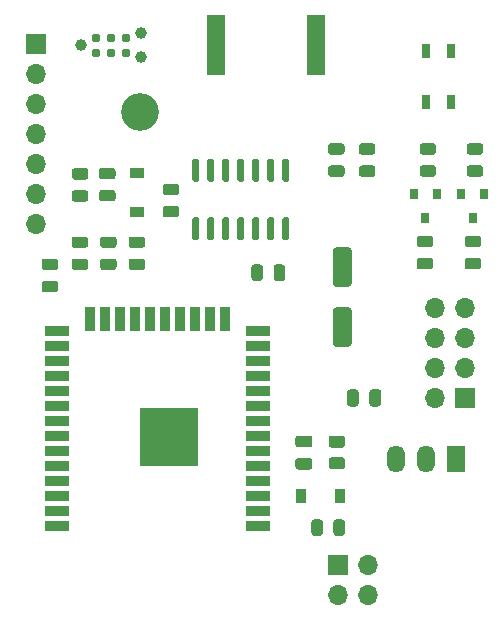
<source format=gts>
G04 #@! TF.GenerationSoftware,KiCad,Pcbnew,(5.1.9-0-10_14)*
G04 #@! TF.CreationDate,2021-08-21T21:39:00+02:00*
G04 #@! TF.ProjectId,ithowifi_4l,6974686f-7769-4666-995f-346c2e6b6963,rev?*
G04 #@! TF.SameCoordinates,Original*
G04 #@! TF.FileFunction,Soldermask,Top*
G04 #@! TF.FilePolarity,Negative*
%FSLAX46Y46*%
G04 Gerber Fmt 4.6, Leading zero omitted, Abs format (unit mm)*
G04 Created by KiCad (PCBNEW (5.1.9-0-10_14)) date 2021-08-21 21:39:00*
%MOMM*%
%LPD*%
G01*
G04 APERTURE LIST*
%ADD10R,0.650000X1.300000*%
%ADD11R,0.900000X1.200000*%
%ADD12R,1.200000X0.900000*%
%ADD13O,1.700000X1.700000*%
%ADD14R,1.700000X1.700000*%
%ADD15C,3.200000*%
%ADD16C,0.787400*%
%ADD17C,0.990600*%
%ADD18R,2.000000X0.900000*%
%ADD19R,0.900000X2.000000*%
%ADD20R,5.000000X5.000000*%
%ADD21R,1.500000X5.080000*%
%ADD22R,0.800000X0.900000*%
%ADD23O,1.500000X2.300000*%
%ADD24R,1.500000X2.300000*%
G04 APERTURE END LIST*
D10*
X118682000Y-112693000D03*
X118682000Y-108393000D03*
X120832000Y-112693000D03*
X120832000Y-108393000D03*
G36*
G01*
X111621502Y-141977500D02*
X110721498Y-141977500D01*
G75*
G02*
X110471500Y-141727502I0J249998D01*
G01*
X110471500Y-141202498D01*
G75*
G02*
X110721498Y-140952500I249998J0D01*
G01*
X111621502Y-140952500D01*
G75*
G02*
X111871500Y-141202498I0J-249998D01*
G01*
X111871500Y-141727502D01*
G75*
G02*
X111621502Y-141977500I-249998J0D01*
G01*
G37*
G36*
G01*
X111621502Y-143802500D02*
X110721498Y-143802500D01*
G75*
G02*
X110471500Y-143552502I0J249998D01*
G01*
X110471500Y-143027498D01*
G75*
G02*
X110721498Y-142777500I249998J0D01*
G01*
X111621502Y-142777500D01*
G75*
G02*
X111871500Y-143027498I0J-249998D01*
G01*
X111871500Y-143552502D01*
G75*
G02*
X111621502Y-143802500I-249998J0D01*
G01*
G37*
D11*
X108125500Y-146084000D03*
X111425500Y-146084000D03*
D12*
X94280500Y-122016500D03*
X94280500Y-118716500D03*
G36*
G01*
X108852500Y-141951000D02*
X107902500Y-141951000D01*
G75*
G02*
X107652500Y-141701000I0J250000D01*
G01*
X107652500Y-141201000D01*
G75*
G02*
X107902500Y-140951000I250000J0D01*
G01*
X108852500Y-140951000D01*
G75*
G02*
X109102500Y-141201000I0J-250000D01*
G01*
X109102500Y-141701000D01*
G75*
G02*
X108852500Y-141951000I-250000J0D01*
G01*
G37*
G36*
G01*
X108852500Y-143851000D02*
X107902500Y-143851000D01*
G75*
G02*
X107652500Y-143601000I0J250000D01*
G01*
X107652500Y-143101000D01*
G75*
G02*
X107902500Y-142851000I250000J0D01*
G01*
X108852500Y-142851000D01*
G75*
G02*
X109102500Y-143101000I0J-250000D01*
G01*
X109102500Y-143601000D01*
G75*
G02*
X108852500Y-143851000I-250000J0D01*
G01*
G37*
G36*
G01*
X113032000Y-137293000D02*
X113032000Y-138243000D01*
G75*
G02*
X112782000Y-138493000I-250000J0D01*
G01*
X112282000Y-138493000D01*
G75*
G02*
X112032000Y-138243000I0J250000D01*
G01*
X112032000Y-137293000D01*
G75*
G02*
X112282000Y-137043000I250000J0D01*
G01*
X112782000Y-137043000D01*
G75*
G02*
X113032000Y-137293000I0J-250000D01*
G01*
G37*
G36*
G01*
X114932000Y-137293000D02*
X114932000Y-138243000D01*
G75*
G02*
X114682000Y-138493000I-250000J0D01*
G01*
X114182000Y-138493000D01*
G75*
G02*
X113932000Y-138243000I0J250000D01*
G01*
X113932000Y-137293000D01*
G75*
G02*
X114182000Y-137043000I250000J0D01*
G01*
X114682000Y-137043000D01*
G75*
G02*
X114932000Y-137293000I0J-250000D01*
G01*
G37*
G36*
G01*
X112182000Y-128355500D02*
X111082000Y-128355500D01*
G75*
G02*
X110832000Y-128105500I0J250000D01*
G01*
X110832000Y-125280500D01*
G75*
G02*
X111082000Y-125030500I250000J0D01*
G01*
X112182000Y-125030500D01*
G75*
G02*
X112432000Y-125280500I0J-250000D01*
G01*
X112432000Y-128105500D01*
G75*
G02*
X112182000Y-128355500I-250000J0D01*
G01*
G37*
G36*
G01*
X112182000Y-133430500D02*
X111082000Y-133430500D01*
G75*
G02*
X110832000Y-133180500I0J250000D01*
G01*
X110832000Y-130355500D01*
G75*
G02*
X111082000Y-130105500I250000J0D01*
G01*
X112182000Y-130105500D01*
G75*
G02*
X112432000Y-130355500I0J-250000D01*
G01*
X112432000Y-133180500D01*
G75*
G02*
X112182000Y-133430500I-250000J0D01*
G01*
G37*
D13*
X113832000Y-154468000D03*
X111292000Y-154468000D03*
X113832000Y-151928000D03*
D14*
X111292000Y-151928000D03*
D15*
X94488000Y-113538000D03*
G36*
G01*
X99372600Y-124416000D02*
X99072600Y-124416000D01*
G75*
G02*
X98922600Y-124266000I0J150000D01*
G01*
X98922600Y-122616000D01*
G75*
G02*
X99072600Y-122466000I150000J0D01*
G01*
X99372600Y-122466000D01*
G75*
G02*
X99522600Y-122616000I0J-150000D01*
G01*
X99522600Y-124266000D01*
G75*
G02*
X99372600Y-124416000I-150000J0D01*
G01*
G37*
G36*
G01*
X100642600Y-124416000D02*
X100342600Y-124416000D01*
G75*
G02*
X100192600Y-124266000I0J150000D01*
G01*
X100192600Y-122616000D01*
G75*
G02*
X100342600Y-122466000I150000J0D01*
G01*
X100642600Y-122466000D01*
G75*
G02*
X100792600Y-122616000I0J-150000D01*
G01*
X100792600Y-124266000D01*
G75*
G02*
X100642600Y-124416000I-150000J0D01*
G01*
G37*
G36*
G01*
X101912600Y-124416000D02*
X101612600Y-124416000D01*
G75*
G02*
X101462600Y-124266000I0J150000D01*
G01*
X101462600Y-122616000D01*
G75*
G02*
X101612600Y-122466000I150000J0D01*
G01*
X101912600Y-122466000D01*
G75*
G02*
X102062600Y-122616000I0J-150000D01*
G01*
X102062600Y-124266000D01*
G75*
G02*
X101912600Y-124416000I-150000J0D01*
G01*
G37*
G36*
G01*
X103182600Y-124416000D02*
X102882600Y-124416000D01*
G75*
G02*
X102732600Y-124266000I0J150000D01*
G01*
X102732600Y-122616000D01*
G75*
G02*
X102882600Y-122466000I150000J0D01*
G01*
X103182600Y-122466000D01*
G75*
G02*
X103332600Y-122616000I0J-150000D01*
G01*
X103332600Y-124266000D01*
G75*
G02*
X103182600Y-124416000I-150000J0D01*
G01*
G37*
G36*
G01*
X104452600Y-124416000D02*
X104152600Y-124416000D01*
G75*
G02*
X104002600Y-124266000I0J150000D01*
G01*
X104002600Y-122616000D01*
G75*
G02*
X104152600Y-122466000I150000J0D01*
G01*
X104452600Y-122466000D01*
G75*
G02*
X104602600Y-122616000I0J-150000D01*
G01*
X104602600Y-124266000D01*
G75*
G02*
X104452600Y-124416000I-150000J0D01*
G01*
G37*
G36*
G01*
X105722600Y-124416000D02*
X105422600Y-124416000D01*
G75*
G02*
X105272600Y-124266000I0J150000D01*
G01*
X105272600Y-122616000D01*
G75*
G02*
X105422600Y-122466000I150000J0D01*
G01*
X105722600Y-122466000D01*
G75*
G02*
X105872600Y-122616000I0J-150000D01*
G01*
X105872600Y-124266000D01*
G75*
G02*
X105722600Y-124416000I-150000J0D01*
G01*
G37*
G36*
G01*
X106992600Y-124416000D02*
X106692600Y-124416000D01*
G75*
G02*
X106542600Y-124266000I0J150000D01*
G01*
X106542600Y-122616000D01*
G75*
G02*
X106692600Y-122466000I150000J0D01*
G01*
X106992600Y-122466000D01*
G75*
G02*
X107142600Y-122616000I0J-150000D01*
G01*
X107142600Y-124266000D01*
G75*
G02*
X106992600Y-124416000I-150000J0D01*
G01*
G37*
G36*
G01*
X106992600Y-119466000D02*
X106692600Y-119466000D01*
G75*
G02*
X106542600Y-119316000I0J150000D01*
G01*
X106542600Y-117666000D01*
G75*
G02*
X106692600Y-117516000I150000J0D01*
G01*
X106992600Y-117516000D01*
G75*
G02*
X107142600Y-117666000I0J-150000D01*
G01*
X107142600Y-119316000D01*
G75*
G02*
X106992600Y-119466000I-150000J0D01*
G01*
G37*
G36*
G01*
X105722600Y-119466000D02*
X105422600Y-119466000D01*
G75*
G02*
X105272600Y-119316000I0J150000D01*
G01*
X105272600Y-117666000D01*
G75*
G02*
X105422600Y-117516000I150000J0D01*
G01*
X105722600Y-117516000D01*
G75*
G02*
X105872600Y-117666000I0J-150000D01*
G01*
X105872600Y-119316000D01*
G75*
G02*
X105722600Y-119466000I-150000J0D01*
G01*
G37*
G36*
G01*
X104452600Y-119466000D02*
X104152600Y-119466000D01*
G75*
G02*
X104002600Y-119316000I0J150000D01*
G01*
X104002600Y-117666000D01*
G75*
G02*
X104152600Y-117516000I150000J0D01*
G01*
X104452600Y-117516000D01*
G75*
G02*
X104602600Y-117666000I0J-150000D01*
G01*
X104602600Y-119316000D01*
G75*
G02*
X104452600Y-119466000I-150000J0D01*
G01*
G37*
G36*
G01*
X103182600Y-119466000D02*
X102882600Y-119466000D01*
G75*
G02*
X102732600Y-119316000I0J150000D01*
G01*
X102732600Y-117666000D01*
G75*
G02*
X102882600Y-117516000I150000J0D01*
G01*
X103182600Y-117516000D01*
G75*
G02*
X103332600Y-117666000I0J-150000D01*
G01*
X103332600Y-119316000D01*
G75*
G02*
X103182600Y-119466000I-150000J0D01*
G01*
G37*
G36*
G01*
X101912600Y-119466000D02*
X101612600Y-119466000D01*
G75*
G02*
X101462600Y-119316000I0J150000D01*
G01*
X101462600Y-117666000D01*
G75*
G02*
X101612600Y-117516000I150000J0D01*
G01*
X101912600Y-117516000D01*
G75*
G02*
X102062600Y-117666000I0J-150000D01*
G01*
X102062600Y-119316000D01*
G75*
G02*
X101912600Y-119466000I-150000J0D01*
G01*
G37*
G36*
G01*
X100642600Y-119466000D02*
X100342600Y-119466000D01*
G75*
G02*
X100192600Y-119316000I0J150000D01*
G01*
X100192600Y-117666000D01*
G75*
G02*
X100342600Y-117516000I150000J0D01*
G01*
X100642600Y-117516000D01*
G75*
G02*
X100792600Y-117666000I0J-150000D01*
G01*
X100792600Y-119316000D01*
G75*
G02*
X100642600Y-119466000I-150000J0D01*
G01*
G37*
G36*
G01*
X99372600Y-119466000D02*
X99072600Y-119466000D01*
G75*
G02*
X98922600Y-119316000I0J150000D01*
G01*
X98922600Y-117666000D01*
G75*
G02*
X99072600Y-117516000I150000J0D01*
G01*
X99372600Y-117516000D01*
G75*
G02*
X99522600Y-117666000I0J-150000D01*
G01*
X99522600Y-119316000D01*
G75*
G02*
X99372600Y-119466000I-150000J0D01*
G01*
G37*
D16*
X93306000Y-107266400D03*
X92036000Y-107266400D03*
X93306000Y-108536400D03*
X92036000Y-108536400D03*
X90766000Y-108536400D03*
X90766000Y-107266400D03*
D17*
X94576000Y-108917400D03*
X94576000Y-106885400D03*
X89496000Y-107901400D03*
D18*
X87477600Y-148615400D03*
X87477600Y-147345400D03*
X87477600Y-146075400D03*
X87477600Y-144805400D03*
X87477600Y-143535400D03*
X87477600Y-142265400D03*
X87477600Y-140995400D03*
X87477600Y-139725400D03*
X87477600Y-138455400D03*
X87477600Y-137185400D03*
X87477600Y-135915400D03*
X87477600Y-134645400D03*
X87477600Y-133375400D03*
X87477600Y-132105400D03*
D19*
X90262600Y-131105400D03*
X91532600Y-131105400D03*
X92802600Y-131105400D03*
X94072600Y-131105400D03*
X95342600Y-131105400D03*
X96612600Y-131105400D03*
X97882600Y-131105400D03*
X99152600Y-131105400D03*
X100422600Y-131105400D03*
X101692600Y-131105400D03*
D18*
X104477600Y-132105400D03*
X104477600Y-133375400D03*
X104477600Y-134645400D03*
X104477600Y-135915400D03*
X104477600Y-137185400D03*
X104477600Y-138455400D03*
X104477600Y-139725400D03*
X104477600Y-140995400D03*
X104477600Y-142265400D03*
X104477600Y-143535400D03*
X104477600Y-144805400D03*
X104477600Y-146075400D03*
X104477600Y-147345400D03*
X104477600Y-148615400D03*
D20*
X96977600Y-141115400D03*
G36*
G01*
X105819500Y-127624250D02*
X105819500Y-126711750D01*
G75*
G02*
X106063250Y-126468000I243750J0D01*
G01*
X106550750Y-126468000D01*
G75*
G02*
X106794500Y-126711750I0J-243750D01*
G01*
X106794500Y-127624250D01*
G75*
G02*
X106550750Y-127868000I-243750J0D01*
G01*
X106063250Y-127868000D01*
G75*
G02*
X105819500Y-127624250I0J243750D01*
G01*
G37*
G36*
G01*
X103944500Y-127624250D02*
X103944500Y-126711750D01*
G75*
G02*
X104188250Y-126468000I243750J0D01*
G01*
X104675750Y-126468000D01*
G75*
G02*
X104919500Y-126711750I0J-243750D01*
G01*
X104919500Y-127624250D01*
G75*
G02*
X104675750Y-127868000I-243750J0D01*
G01*
X104188250Y-127868000D01*
G75*
G02*
X103944500Y-127624250I0J243750D01*
G01*
G37*
G36*
G01*
X87324250Y-126954100D02*
X86411750Y-126954100D01*
G75*
G02*
X86168000Y-126710350I0J243750D01*
G01*
X86168000Y-126222850D01*
G75*
G02*
X86411750Y-125979100I243750J0D01*
G01*
X87324250Y-125979100D01*
G75*
G02*
X87568000Y-126222850I0J-243750D01*
G01*
X87568000Y-126710350D01*
G75*
G02*
X87324250Y-126954100I-243750J0D01*
G01*
G37*
G36*
G01*
X87324250Y-128829100D02*
X86411750Y-128829100D01*
G75*
G02*
X86168000Y-128585350I0J243750D01*
G01*
X86168000Y-128097850D01*
G75*
G02*
X86411750Y-127854100I243750J0D01*
G01*
X87324250Y-127854100D01*
G75*
G02*
X87568000Y-128097850I0J-243750D01*
G01*
X87568000Y-128585350D01*
G75*
G02*
X87324250Y-128829100I-243750J0D01*
G01*
G37*
G36*
G01*
X88951750Y-125974500D02*
X89864250Y-125974500D01*
G75*
G02*
X90108000Y-126218250I0J-243750D01*
G01*
X90108000Y-126705750D01*
G75*
G02*
X89864250Y-126949500I-243750J0D01*
G01*
X88951750Y-126949500D01*
G75*
G02*
X88708000Y-126705750I0J243750D01*
G01*
X88708000Y-126218250D01*
G75*
G02*
X88951750Y-125974500I243750J0D01*
G01*
G37*
G36*
G01*
X88951750Y-124099500D02*
X89864250Y-124099500D01*
G75*
G02*
X90108000Y-124343250I0J-243750D01*
G01*
X90108000Y-124830750D01*
G75*
G02*
X89864250Y-125074500I-243750J0D01*
G01*
X88951750Y-125074500D01*
G75*
G02*
X88708000Y-124830750I0J243750D01*
G01*
X88708000Y-124343250D01*
G75*
G02*
X88951750Y-124099500I243750J0D01*
G01*
G37*
G36*
G01*
X94690250Y-125074500D02*
X93777750Y-125074500D01*
G75*
G02*
X93534000Y-124830750I0J243750D01*
G01*
X93534000Y-124343250D01*
G75*
G02*
X93777750Y-124099500I243750J0D01*
G01*
X94690250Y-124099500D01*
G75*
G02*
X94934000Y-124343250I0J-243750D01*
G01*
X94934000Y-124830750D01*
G75*
G02*
X94690250Y-125074500I-243750J0D01*
G01*
G37*
G36*
G01*
X94690250Y-126949500D02*
X93777750Y-126949500D01*
G75*
G02*
X93534000Y-126705750I0J243750D01*
G01*
X93534000Y-126218250D01*
G75*
G02*
X93777750Y-125974500I243750J0D01*
G01*
X94690250Y-125974500D01*
G75*
G02*
X94934000Y-126218250I0J-243750D01*
G01*
X94934000Y-126705750D01*
G75*
G02*
X94690250Y-126949500I-243750J0D01*
G01*
G37*
G36*
G01*
X89888250Y-119280500D02*
X88975750Y-119280500D01*
G75*
G02*
X88732000Y-119036750I0J243750D01*
G01*
X88732000Y-118549250D01*
G75*
G02*
X88975750Y-118305500I243750J0D01*
G01*
X89888250Y-118305500D01*
G75*
G02*
X90132000Y-118549250I0J-243750D01*
G01*
X90132000Y-119036750D01*
G75*
G02*
X89888250Y-119280500I-243750J0D01*
G01*
G37*
G36*
G01*
X89888250Y-121155500D02*
X88975750Y-121155500D01*
G75*
G02*
X88732000Y-120911750I0J243750D01*
G01*
X88732000Y-120424250D01*
G75*
G02*
X88975750Y-120180500I243750J0D01*
G01*
X89888250Y-120180500D01*
G75*
G02*
X90132000Y-120424250I0J-243750D01*
G01*
X90132000Y-120911750D01*
G75*
G02*
X89888250Y-121155500I-243750J0D01*
G01*
G37*
D13*
X85725000Y-123037600D03*
X85725000Y-120497600D03*
X85725000Y-117957600D03*
X85725000Y-115417600D03*
X85725000Y-112877600D03*
X85725000Y-110337600D03*
D14*
X85725000Y-107797600D03*
G36*
G01*
X110886900Y-149207250D02*
X110886900Y-148294750D01*
G75*
G02*
X111130650Y-148051000I243750J0D01*
G01*
X111618150Y-148051000D01*
G75*
G02*
X111861900Y-148294750I0J-243750D01*
G01*
X111861900Y-149207250D01*
G75*
G02*
X111618150Y-149451000I-243750J0D01*
G01*
X111130650Y-149451000D01*
G75*
G02*
X110886900Y-149207250I0J243750D01*
G01*
G37*
G36*
G01*
X109011900Y-149207250D02*
X109011900Y-148294750D01*
G75*
G02*
X109255650Y-148051000I243750J0D01*
G01*
X109743150Y-148051000D01*
G75*
G02*
X109986900Y-148294750I0J-243750D01*
G01*
X109986900Y-149207250D01*
G75*
G02*
X109743150Y-149451000I-243750J0D01*
G01*
X109255650Y-149451000D01*
G75*
G02*
X109011900Y-149207250I0J243750D01*
G01*
G37*
G36*
G01*
X92188250Y-119255500D02*
X91275750Y-119255500D01*
G75*
G02*
X91032000Y-119011750I0J243750D01*
G01*
X91032000Y-118524250D01*
G75*
G02*
X91275750Y-118280500I243750J0D01*
G01*
X92188250Y-118280500D01*
G75*
G02*
X92432000Y-118524250I0J-243750D01*
G01*
X92432000Y-119011750D01*
G75*
G02*
X92188250Y-119255500I-243750J0D01*
G01*
G37*
G36*
G01*
X92188250Y-121130500D02*
X91275750Y-121130500D01*
G75*
G02*
X91032000Y-120886750I0J243750D01*
G01*
X91032000Y-120399250D01*
G75*
G02*
X91275750Y-120155500I243750J0D01*
G01*
X92188250Y-120155500D01*
G75*
G02*
X92432000Y-120399250I0J-243750D01*
G01*
X92432000Y-120886750D01*
G75*
G02*
X92188250Y-121130500I-243750J0D01*
G01*
G37*
D21*
X100931400Y-107848400D03*
X109431400Y-107848400D03*
G36*
G01*
X110675750Y-118080500D02*
X111588250Y-118080500D01*
G75*
G02*
X111832000Y-118324250I0J-243750D01*
G01*
X111832000Y-118811750D01*
G75*
G02*
X111588250Y-119055500I-243750J0D01*
G01*
X110675750Y-119055500D01*
G75*
G02*
X110432000Y-118811750I0J243750D01*
G01*
X110432000Y-118324250D01*
G75*
G02*
X110675750Y-118080500I243750J0D01*
G01*
G37*
G36*
G01*
X110675750Y-116205500D02*
X111588250Y-116205500D01*
G75*
G02*
X111832000Y-116449250I0J-243750D01*
G01*
X111832000Y-116936750D01*
G75*
G02*
X111588250Y-117180500I-243750J0D01*
G01*
X110675750Y-117180500D01*
G75*
G02*
X110432000Y-116936750I0J243750D01*
G01*
X110432000Y-116449250D01*
G75*
G02*
X110675750Y-116205500I243750J0D01*
G01*
G37*
G36*
G01*
X92277250Y-126949500D02*
X91364750Y-126949500D01*
G75*
G02*
X91121000Y-126705750I0J243750D01*
G01*
X91121000Y-126218250D01*
G75*
G02*
X91364750Y-125974500I243750J0D01*
G01*
X92277250Y-125974500D01*
G75*
G02*
X92521000Y-126218250I0J-243750D01*
G01*
X92521000Y-126705750D01*
G75*
G02*
X92277250Y-126949500I-243750J0D01*
G01*
G37*
G36*
G01*
X92277250Y-125074500D02*
X91364750Y-125074500D01*
G75*
G02*
X91121000Y-124830750I0J243750D01*
G01*
X91121000Y-124343250D01*
G75*
G02*
X91364750Y-124099500I243750J0D01*
G01*
X92277250Y-124099500D01*
G75*
G02*
X92521000Y-124343250I0J-243750D01*
G01*
X92521000Y-124830750D01*
G75*
G02*
X92277250Y-125074500I-243750J0D01*
G01*
G37*
G36*
G01*
X113275750Y-118080500D02*
X114188250Y-118080500D01*
G75*
G02*
X114432000Y-118324250I0J-243750D01*
G01*
X114432000Y-118811750D01*
G75*
G02*
X114188250Y-119055500I-243750J0D01*
G01*
X113275750Y-119055500D01*
G75*
G02*
X113032000Y-118811750I0J243750D01*
G01*
X113032000Y-118324250D01*
G75*
G02*
X113275750Y-118080500I243750J0D01*
G01*
G37*
G36*
G01*
X113275750Y-116205500D02*
X114188250Y-116205500D01*
G75*
G02*
X114432000Y-116449250I0J-243750D01*
G01*
X114432000Y-116936750D01*
G75*
G02*
X114188250Y-117180500I-243750J0D01*
G01*
X113275750Y-117180500D01*
G75*
G02*
X113032000Y-116936750I0J243750D01*
G01*
X113032000Y-116449250D01*
G75*
G02*
X113275750Y-116205500I243750J0D01*
G01*
G37*
G36*
G01*
X118161750Y-125911000D02*
X119074250Y-125911000D01*
G75*
G02*
X119318000Y-126154750I0J-243750D01*
G01*
X119318000Y-126642250D01*
G75*
G02*
X119074250Y-126886000I-243750J0D01*
G01*
X118161750Y-126886000D01*
G75*
G02*
X117918000Y-126642250I0J243750D01*
G01*
X117918000Y-126154750D01*
G75*
G02*
X118161750Y-125911000I243750J0D01*
G01*
G37*
G36*
G01*
X118161750Y-124036000D02*
X119074250Y-124036000D01*
G75*
G02*
X119318000Y-124279750I0J-243750D01*
G01*
X119318000Y-124767250D01*
G75*
G02*
X119074250Y-125011000I-243750J0D01*
G01*
X118161750Y-125011000D01*
G75*
G02*
X117918000Y-124767250I0J243750D01*
G01*
X117918000Y-124279750D01*
G75*
G02*
X118161750Y-124036000I243750J0D01*
G01*
G37*
G36*
G01*
X122225750Y-125911000D02*
X123138250Y-125911000D01*
G75*
G02*
X123382000Y-126154750I0J-243750D01*
G01*
X123382000Y-126642250D01*
G75*
G02*
X123138250Y-126886000I-243750J0D01*
G01*
X122225750Y-126886000D01*
G75*
G02*
X121982000Y-126642250I0J243750D01*
G01*
X121982000Y-126154750D01*
G75*
G02*
X122225750Y-125911000I243750J0D01*
G01*
G37*
G36*
G01*
X122225750Y-124036000D02*
X123138250Y-124036000D01*
G75*
G02*
X123382000Y-124279750I0J-243750D01*
G01*
X123382000Y-124767250D01*
G75*
G02*
X123138250Y-125011000I-243750J0D01*
G01*
X122225750Y-125011000D01*
G75*
G02*
X121982000Y-124767250I0J243750D01*
G01*
X121982000Y-124279750D01*
G75*
G02*
X122225750Y-124036000I243750J0D01*
G01*
G37*
G36*
G01*
X118415750Y-118074400D02*
X119328250Y-118074400D01*
G75*
G02*
X119572000Y-118318150I0J-243750D01*
G01*
X119572000Y-118805650D01*
G75*
G02*
X119328250Y-119049400I-243750J0D01*
G01*
X118415750Y-119049400D01*
G75*
G02*
X118172000Y-118805650I0J243750D01*
G01*
X118172000Y-118318150D01*
G75*
G02*
X118415750Y-118074400I243750J0D01*
G01*
G37*
G36*
G01*
X118415750Y-116199400D02*
X119328250Y-116199400D01*
G75*
G02*
X119572000Y-116443150I0J-243750D01*
G01*
X119572000Y-116930650D01*
G75*
G02*
X119328250Y-117174400I-243750J0D01*
G01*
X118415750Y-117174400D01*
G75*
G02*
X118172000Y-116930650I0J243750D01*
G01*
X118172000Y-116443150D01*
G75*
G02*
X118415750Y-116199400I243750J0D01*
G01*
G37*
G36*
G01*
X123316050Y-117174400D02*
X122403550Y-117174400D01*
G75*
G02*
X122159800Y-116930650I0J243750D01*
G01*
X122159800Y-116443150D01*
G75*
G02*
X122403550Y-116199400I243750J0D01*
G01*
X123316050Y-116199400D01*
G75*
G02*
X123559800Y-116443150I0J-243750D01*
G01*
X123559800Y-116930650D01*
G75*
G02*
X123316050Y-117174400I-243750J0D01*
G01*
G37*
G36*
G01*
X123316050Y-119049400D02*
X122403550Y-119049400D01*
G75*
G02*
X122159800Y-118805650I0J243750D01*
G01*
X122159800Y-118318150D01*
G75*
G02*
X122403550Y-118074400I243750J0D01*
G01*
X123316050Y-118074400D01*
G75*
G02*
X123559800Y-118318150I0J-243750D01*
G01*
X123559800Y-118805650D01*
G75*
G02*
X123316050Y-119049400I-243750J0D01*
G01*
G37*
G36*
G01*
X97570650Y-122479100D02*
X96658150Y-122479100D01*
G75*
G02*
X96414400Y-122235350I0J243750D01*
G01*
X96414400Y-121747850D01*
G75*
G02*
X96658150Y-121504100I243750J0D01*
G01*
X97570650Y-121504100D01*
G75*
G02*
X97814400Y-121747850I0J-243750D01*
G01*
X97814400Y-122235350D01*
G75*
G02*
X97570650Y-122479100I-243750J0D01*
G01*
G37*
G36*
G01*
X97570650Y-120604100D02*
X96658150Y-120604100D01*
G75*
G02*
X96414400Y-120360350I0J243750D01*
G01*
X96414400Y-119872850D01*
G75*
G02*
X96658150Y-119629100I243750J0D01*
G01*
X97570650Y-119629100D01*
G75*
G02*
X97814400Y-119872850I0J-243750D01*
G01*
X97814400Y-120360350D01*
G75*
G02*
X97570650Y-120604100I-243750J0D01*
G01*
G37*
D22*
X118658600Y-122539000D03*
X117708600Y-120539000D03*
X119608600Y-120539000D03*
X122656600Y-122539000D03*
X121706600Y-120539000D03*
X123606600Y-120539000D03*
D23*
X116179600Y-142951200D03*
X118719600Y-142951200D03*
D24*
X121259600Y-142951200D03*
D14*
X122047000Y-137795000D03*
D13*
X119507000Y-137795000D03*
X122047000Y-135255000D03*
X119507000Y-135255000D03*
X122047000Y-132715000D03*
X119507000Y-132715000D03*
X122047000Y-130175000D03*
X119507000Y-130175000D03*
M02*

</source>
